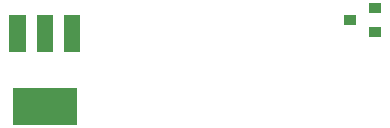
<source format=gbr>
G04 start of page 8 for group -4015 idx -4015 *
G04 Title: IR grenade, toppaste *
G04 Creator: pcb 20110918 *
G04 CreationDate: Fri 01 Mar 2013 06:14:08 PM GMT UTC *
G04 For: kevredon *
G04 Format: Gerber/RS-274X *
G04 PCB-Dimensions: 600000 500000 *
G04 PCB-Coordinate-Origin: lower left *
%MOIN*%
%FSLAX25Y25*%
%LNTOPPASTE*%
%ADD44R,0.1220X0.1220*%
%ADD43R,0.0560X0.0560*%
%ADD42R,0.0340X0.0340*%
G54D42*X209700Y410000D02*X210300D01*
X209700Y417800D02*X210300D01*
X201500Y413900D02*X202100D01*
G54D43*X109000Y412700D02*Y406100D01*
X100000Y412700D02*Y406100D01*
X90900Y412700D02*Y406100D01*
G54D44*X95500Y385000D02*X104500D01*
M02*

</source>
